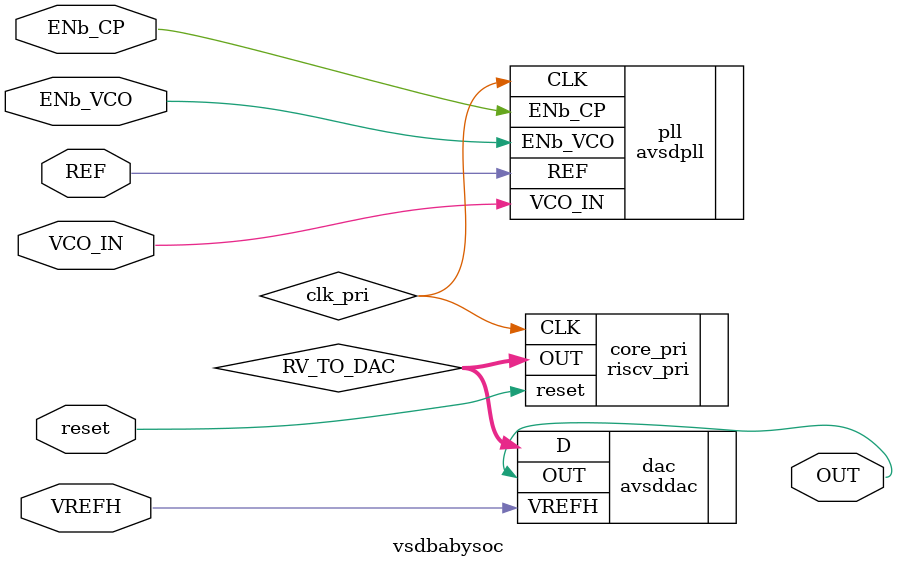
<source format=v>
module vsdbabysoc (
   output wire OUT,
   //
   input  wire reset,
   //
   input  wire VCO_IN,
   input  wire ENb_CP,
   input  wire ENb_VCO,
   input  wire REF,
   //
   // input  wire VREFL,
   input  wire VREFH
);

   wire clk_pri;
   wire [9:0] RV_TO_DAC;

   riscv_pri core_pri(
      .OUT(RV_TO_DAC),
      .CLK(clk_pri),
      .reset(reset)
   );

   avsdpll pll (
      .CLK(clk_pri),
      .VCO_IN(VCO_IN),
      .ENb_CP(ENb_CP),
      .ENb_VCO(ENb_VCO),
      .REF(REF)
   );

   avsddac dac (
      .OUT(OUT),
      .D(RV_TO_DAC),
      // .VREFL(VREFL),
      .VREFH(VREFH)
   );
   
endmodule

</source>
